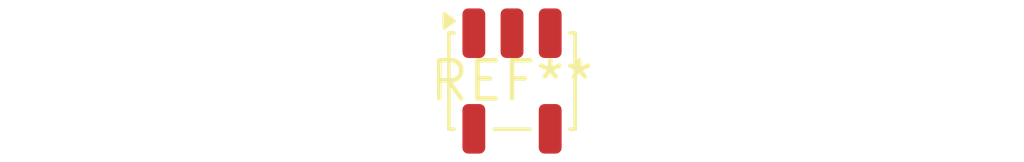
<source format=kicad_pcb>
(kicad_pcb (version 20240108) (generator pcbnew)
  (layers (0 "F.Cu" signal) (31 "B.Cu" signal) (34 "B.Paste" user) (35 "F.Paste" user) (36 "B.SilkS" user "B.Silkscreen") (37 "F.SilkS" user "F.Silkscreen") (38 "B.Mask" user) (39 "F.Mask" user) (44 "Edge.Cuts" user))
  (net 0 "")
  (footprint "Transformer_MiniCircuits_AT224-1A" (layer "F.Cu") (at 0 0)
    (property "Reference" "REF**")
    (property "Value" "Transformer_MiniCircuits_AT224-1A")
    (fp_line (start -2.1 -1.6) (end -1.925 -1.6) (layer "F.SilkS") (stroke (width 0.12)))
    (fp_line (start -2.1 1.6) (end -2.1 -1.6) (layer "F.SilkS") (stroke (width 0.12)))
    (fp_line (start -1.925 1.6) (end -2.1 1.6) (layer "F.SilkS") (stroke (width 0.12)))
    (fp_line (start -0.6 1.6) (end 0.6 1.6) (layer "F.SilkS") (stroke (width 0.12)))
    (fp_line (start 1.925 1.6) (end 2.1 1.6) (layer "F.SilkS") (stroke (width 0.12)))
    (fp_line (start 2.1 -1.6) (end 1.925 -1.6) (layer "F.SilkS") (stroke (width 0.12)))
    (fp_line (start 2.1 1.6) (end 2.1 -1.6) (layer "F.SilkS") (stroke (width 0.12)))
    (fp_poly (pts (xy -1.925 -2) (xy -2.255 -1.76) (xy -2.255 -2.24) (xy -1.925 -2)) (layer "F.SilkS") (stroke (width 0.12)) (fill solid))
    (pad "1" smd roundrect (at -1.27 -1.59 90) (size 1.65 0.76) (layers "F.Cu" "F.Paste" "F.Mask"))
    (pad "2" smd roundrect (at 0 -1.59 90) (size 1.65 0.76) (layers "F.Cu" "F.Paste" "F.Mask"))
    (pad "3" smd roundrect (at 1.27 -1.59 90) (size 1.65 0.76) (layers "F.Cu" "F.Paste" "F.Mask"))
    (pad "4" smd roundrect (at 1.27 1.59 90) (size 1.65 0.76) (layers "F.Cu" "F.Paste" "F.Mask"))
    (pad "6" smd roundrect (at -1.27 1.59 90) (size 1.65 0.76) (layers "F.Cu" "F.Paste" "F.Mask"))
  )
)
</source>
